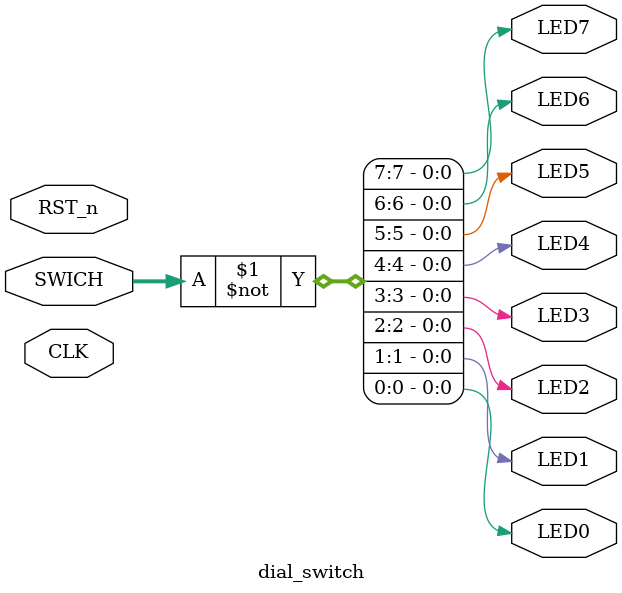
<source format=v>
`default_nettype none
module dial_switch
(
   	input CLK,
	input RST_n,

	input [7:0] SWICH,

	output LED0,
	output LED1,
	output LED2,
	output LED3,
	output LED4,
	output LED5,
	output LED6,
	output LED7 
);   

wire [7:0]SWICH;
    
	 
////////////////////////////////////////////	 
	

assign {LED7,LED6,LED5,LED4,LED3,LED2,LED1,LED0}=~SWICH;

endmodule //

</source>
